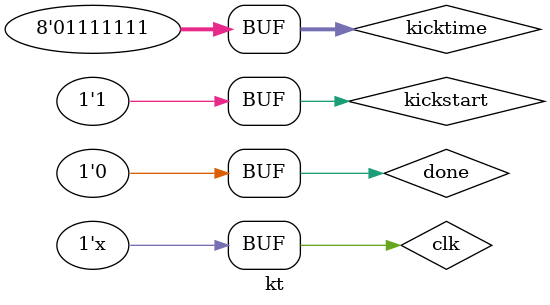
<source format=v>
`timescale 1ns / 1ps


module kt;

	// Inputs
	reg done;
	reg clk;
	reg [7:0] kicktime;
	reg kickstart;

	// Outputs
	wire Charge;
	wire Trigger;
	wire led3;
	wire led4;

	// Instantiate the Unit Under Test (UUT)
	kicker uut (
		.Charge(Charge), 
		.done(done), 
		.Trigger(Trigger), 
		.clk(clk), 
		.kicktime(kicktime), 
		.kickstart(kickstart), 
		.led3(led3), 
		.led4(led4)
	);

	initial begin
		// Initialize Inputs
		done = 0;
		clk = 0;
			kicktime = 7'b0000000;
		kickstart = 0;

		// Wait 100 ns for global reset to finish
	
        
		// Add stimulus here

	end
	always #1 clk=~clk;
	always begin
	#500;
		kicktime = 7'b1111111;
		kickstart = 1;

		#500;
		//kicktime = 7'b0000001;
	//	kickstart = 1;
	//#500;
	//	kicktime = 7'b0000000;
	//	kickstart = 0;
		//#500;
		#10000;
			kicktime = 7'b1111111;
		kickstart = 1;
		#500;
	end
      
endmodule


</source>
